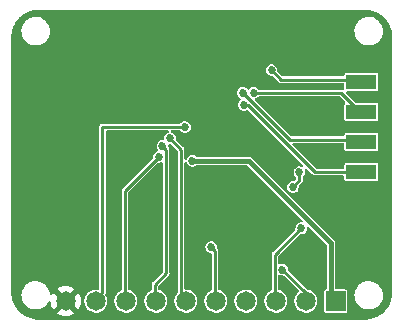
<source format=gbl>
G04 #@! TF.GenerationSoftware,KiCad,Pcbnew,(5.99.0-8018-g9a0f685a75)*
G04 #@! TF.CreationDate,2021-09-12T19:48:39+09:30*
G04 #@! TF.ProjectId,ADE7763_Breakout,41444537-3736-4335-9f42-7265616b6f75,rev?*
G04 #@! TF.SameCoordinates,Original*
G04 #@! TF.FileFunction,Copper,L2,Bot*
G04 #@! TF.FilePolarity,Positive*
%FSLAX46Y46*%
G04 Gerber Fmt 4.6, Leading zero omitted, Abs format (unit mm)*
G04 Created by KiCad (PCBNEW (5.99.0-8018-g9a0f685a75)) date 2021-09-12 19:48:39*
%MOMM*%
%LPD*%
G01*
G04 APERTURE LIST*
G04 #@! TA.AperFunction,ComponentPad*
%ADD10R,1.651000X1.651000*%
G04 #@! TD*
G04 #@! TA.AperFunction,ComponentPad*
%ADD11C,1.651000*%
G04 #@! TD*
G04 #@! TA.AperFunction,SMDPad,CuDef*
%ADD12R,2.540000X1.270000*%
G04 #@! TD*
G04 #@! TA.AperFunction,ViaPad*
%ADD13C,0.685800*%
G04 #@! TD*
G04 #@! TA.AperFunction,Conductor*
%ADD14C,0.254000*%
G04 #@! TD*
G04 #@! TA.AperFunction,Conductor*
%ADD15C,0.406400*%
G04 #@! TD*
G04 APERTURE END LIST*
D10*
X159842100Y-116555600D03*
D11*
X157302100Y-116555600D03*
X154762100Y-116555600D03*
X152222100Y-116555600D03*
X149682100Y-116555600D03*
X147142100Y-116555600D03*
X144602100Y-116555600D03*
X142062100Y-116555600D03*
X139522100Y-116555600D03*
X136982100Y-116555600D03*
D12*
X162001100Y-98013600D03*
X162001100Y-103093600D03*
X162001100Y-100553600D03*
X162001100Y-105633600D03*
D13*
X156209900Y-106903600D03*
X156768700Y-105633600D03*
X140969900Y-112491600D03*
X143281300Y-112415400D03*
X143357500Y-107513200D03*
X151333100Y-108656200D03*
X148031100Y-101823600D03*
X156590900Y-112212200D03*
X140969900Y-106751200D03*
X148031100Y-115158600D03*
X148666100Y-110713600D03*
X147713600Y-104681100D03*
X149301100Y-111983600D03*
X145173600Y-103411100D03*
X147078600Y-101823600D03*
X144856100Y-104363600D03*
X145808600Y-102776100D03*
X155333600Y-113888600D03*
X156921100Y-110396100D03*
X154406500Y-96997600D03*
X152882500Y-98928000D03*
X151968100Y-98928000D03*
X152069700Y-99944000D03*
D14*
X156209900Y-106903600D02*
X156768700Y-106344800D01*
X156768700Y-106344800D02*
X156768700Y-105633600D01*
D15*
X148031100Y-110713600D02*
X148031100Y-115158600D01*
X148666100Y-110713600D02*
X148031100Y-110713600D01*
X152476100Y-104681100D02*
X159461100Y-111666100D01*
X159461100Y-111666100D02*
X159461100Y-116111100D01*
X159461100Y-116111100D02*
X159778600Y-116428600D01*
X159778600Y-116428600D02*
X159842100Y-116555600D01*
X147713600Y-104681100D02*
X152476100Y-104681100D01*
D14*
X149618600Y-112301100D02*
X149301100Y-111983600D01*
X149618600Y-116428600D02*
X149618600Y-112301100D01*
X149618600Y-116428600D02*
X149682100Y-116555600D01*
X144538600Y-116428600D02*
X144538600Y-115158600D01*
X144538600Y-116428600D02*
X144602100Y-116555600D01*
X144538600Y-115158600D02*
X145491100Y-114206100D01*
X145491100Y-114206100D02*
X145491100Y-103728600D01*
X145491100Y-103728600D02*
X145173600Y-103411100D01*
X139776100Y-116111100D02*
X140093600Y-115793600D01*
X139776100Y-116428600D02*
X139522100Y-116555600D01*
X140093600Y-115793600D02*
X140093600Y-101823600D01*
X140093600Y-101823600D02*
X147078600Y-101823600D01*
X139776100Y-116428600D02*
X139776100Y-116111100D01*
X141998600Y-116428600D02*
X141998600Y-107221100D01*
X141998600Y-116428600D02*
X142062100Y-116555600D01*
X141998600Y-107221100D02*
X144856100Y-104363600D01*
X146761100Y-116111100D02*
X146761100Y-103728600D01*
X147078600Y-116428600D02*
X146761100Y-116111100D01*
X146761100Y-103728600D02*
X145808600Y-102776100D01*
X147078600Y-116428600D02*
X147142100Y-116555600D01*
X157238600Y-115793600D02*
X155333600Y-113888600D01*
X157238600Y-116428600D02*
X157238600Y-115793600D01*
X157238600Y-116428600D02*
X157302100Y-116555600D01*
X154698600Y-112618600D02*
X156921100Y-110396100D01*
X154698600Y-116428600D02*
X154698600Y-112618600D01*
X154698600Y-116428600D02*
X154762100Y-116555600D01*
X155219300Y-97810400D02*
X154406500Y-96997600D01*
X161924900Y-98013600D02*
X161721700Y-97810400D01*
X161721700Y-97810400D02*
X155219300Y-97810400D01*
X161924900Y-98013600D02*
X162001100Y-98013600D01*
X160299300Y-98928000D02*
X152882500Y-98928000D01*
X161924900Y-100553600D02*
X162001100Y-100553600D01*
X161924900Y-100553600D02*
X160299300Y-98928000D01*
X161924900Y-103093600D02*
X161721700Y-102890400D01*
X161721700Y-102890400D02*
X155930500Y-102890400D01*
X161924900Y-103093600D02*
X162001100Y-103093600D01*
X155930500Y-102890400D02*
X151968100Y-98928000D01*
X152374500Y-99944000D02*
X152069700Y-99944000D01*
X158064100Y-105633600D02*
X152374500Y-99944000D01*
X162001100Y-105633600D02*
X158064100Y-105633600D01*
G04 #@! TA.AperFunction,Conductor*
G36*
X162273773Y-91879682D02*
G01*
X162274766Y-91879925D01*
X162281086Y-91881471D01*
X162403636Y-91883179D01*
X162408274Y-91883351D01*
X162472824Y-91887256D01*
X162478839Y-91887802D01*
X162694990Y-91914049D01*
X162700962Y-91914957D01*
X162751999Y-91924310D01*
X162757928Y-91925583D01*
X162969291Y-91977679D01*
X162975144Y-91979311D01*
X163024713Y-91994757D01*
X163030458Y-91996739D01*
X163233966Y-92073920D01*
X163239581Y-92076246D01*
X163286923Y-92097553D01*
X163292386Y-92100213D01*
X163485113Y-92201363D01*
X163490397Y-92204344D01*
X163534853Y-92231220D01*
X163539954Y-92234518D01*
X163719050Y-92358139D01*
X163723945Y-92361740D01*
X163764841Y-92393780D01*
X163769509Y-92397671D01*
X163932406Y-92541985D01*
X163936831Y-92546150D01*
X163973544Y-92582863D01*
X163977710Y-92587288D01*
X164122056Y-92750223D01*
X164125935Y-92754878D01*
X164157960Y-92795755D01*
X164161554Y-92800640D01*
X164285192Y-92979761D01*
X164288481Y-92984847D01*
X164315365Y-93029318D01*
X164318333Y-93034581D01*
X164344545Y-93084522D01*
X164419484Y-93227308D01*
X164422144Y-93232771D01*
X164443456Y-93280124D01*
X164445782Y-93285739D01*
X164522958Y-93489236D01*
X164524939Y-93494978D01*
X164540394Y-93544570D01*
X164542022Y-93550408D01*
X164572381Y-93673581D01*
X164594112Y-93761748D01*
X164595387Y-93767687D01*
X164604747Y-93818761D01*
X164605653Y-93824717D01*
X164616838Y-93916831D01*
X164631896Y-94040853D01*
X164632445Y-94046902D01*
X164634829Y-94086298D01*
X164636148Y-94108098D01*
X164636348Y-94111407D01*
X164636522Y-94116082D01*
X164637636Y-94196040D01*
X164638226Y-94238417D01*
X164639557Y-94243899D01*
X164639558Y-94243906D01*
X164640059Y-94245969D01*
X164642900Y-94269707D01*
X164642900Y-115737365D01*
X164640018Y-115761273D01*
X164638229Y-115768586D01*
X164636611Y-115884758D01*
X164636522Y-115891119D01*
X164636349Y-115895772D01*
X164635117Y-115916136D01*
X164632446Y-115960291D01*
X164631897Y-115966342D01*
X164605654Y-116182474D01*
X164604739Y-116188481D01*
X164595389Y-116239503D01*
X164594116Y-116245437D01*
X164542943Y-116453058D01*
X164542024Y-116456785D01*
X164540395Y-116462627D01*
X164524934Y-116512243D01*
X164522978Y-116517914D01*
X164445763Y-116721510D01*
X164443470Y-116727046D01*
X164422154Y-116774409D01*
X164419494Y-116779871D01*
X164318329Y-116972627D01*
X164315354Y-116977901D01*
X164288493Y-117022332D01*
X164285200Y-117027427D01*
X164161521Y-117206607D01*
X164157970Y-117211433D01*
X164125947Y-117252307D01*
X164122060Y-117256972D01*
X163977707Y-117419915D01*
X163973541Y-117424340D01*
X163936838Y-117461043D01*
X163932413Y-117465208D01*
X163769476Y-117609557D01*
X163764828Y-117613430D01*
X163723963Y-117645446D01*
X163719089Y-117649033D01*
X163610909Y-117723705D01*
X163539931Y-117772698D01*
X163534841Y-117775989D01*
X163490377Y-117802868D01*
X163485132Y-117805827D01*
X163376446Y-117862869D01*
X163292392Y-117906984D01*
X163286930Y-117909644D01*
X163239575Y-117930957D01*
X163233969Y-117933279D01*
X163030452Y-118010463D01*
X163024708Y-118012445D01*
X162975143Y-118027890D01*
X162969289Y-118029522D01*
X162757938Y-118081615D01*
X162752004Y-118082889D01*
X162700959Y-118092243D01*
X162694975Y-118093154D01*
X162666586Y-118096601D01*
X162478847Y-118119396D01*
X162472798Y-118119945D01*
X162433402Y-118122329D01*
X162408272Y-118123849D01*
X162403637Y-118124021D01*
X162338404Y-118124930D01*
X162286928Y-118125647D01*
X162286925Y-118125647D01*
X162281283Y-118125726D01*
X162275801Y-118127057D01*
X162275794Y-118127058D01*
X162273731Y-118127559D01*
X162249993Y-118130400D01*
X134752335Y-118130400D01*
X134728427Y-118127518D01*
X134727434Y-118127275D01*
X134721114Y-118125729D01*
X134598563Y-118124021D01*
X134593928Y-118123849D01*
X134547453Y-118121038D01*
X134529409Y-118119946D01*
X134523358Y-118119397D01*
X134307226Y-118093154D01*
X134301219Y-118092239D01*
X134268841Y-118086306D01*
X134250194Y-118082888D01*
X134244260Y-118081615D01*
X134032905Y-118029521D01*
X134027073Y-118027895D01*
X133977457Y-118012434D01*
X133971786Y-118010478D01*
X133768190Y-117933263D01*
X133762654Y-117930970D01*
X133715270Y-117909644D01*
X133709828Y-117906994D01*
X133709809Y-117906984D01*
X133517073Y-117805829D01*
X133511810Y-117802860D01*
X133498588Y-117794867D01*
X133467368Y-117775993D01*
X133462267Y-117772696D01*
X133283093Y-117649021D01*
X133278267Y-117645470D01*
X133237385Y-117613441D01*
X133233037Y-117609817D01*
X136256531Y-117609817D01*
X136256632Y-117610452D01*
X136261534Y-117616091D01*
X136335053Y-117667569D01*
X136342631Y-117671944D01*
X136537974Y-117763034D01*
X136546199Y-117766027D01*
X136754384Y-117821811D01*
X136763013Y-117823332D01*
X136977722Y-117842117D01*
X136986478Y-117842117D01*
X137201187Y-117823332D01*
X137209816Y-117821811D01*
X137418001Y-117766027D01*
X137426226Y-117763034D01*
X137621569Y-117671944D01*
X137629147Y-117667569D01*
X137699732Y-117618145D01*
X137707887Y-117607323D01*
X137707899Y-117606681D01*
X137704047Y-117600271D01*
X136993368Y-116889591D01*
X136981289Y-116883436D01*
X136976177Y-116884246D01*
X136262685Y-117597739D01*
X136256531Y-117609817D01*
X133233037Y-117609817D01*
X133232728Y-117609560D01*
X133069785Y-117465207D01*
X133065360Y-117461041D01*
X133028657Y-117424338D01*
X133024492Y-117419913D01*
X132880143Y-117256976D01*
X132876270Y-117252328D01*
X132844253Y-117211462D01*
X132840661Y-117206581D01*
X132835317Y-117198838D01*
X132739457Y-117059962D01*
X132717002Y-117027431D01*
X132713706Y-117022332D01*
X132686832Y-116977877D01*
X132683873Y-116972632D01*
X132615781Y-116842892D01*
X132582716Y-116779892D01*
X132580056Y-116774430D01*
X132571085Y-116754498D01*
X132558739Y-116727065D01*
X132556421Y-116721469D01*
X132479237Y-116517952D01*
X132477255Y-116512208D01*
X132461810Y-116462643D01*
X132460178Y-116456789D01*
X132408085Y-116245438D01*
X132406810Y-116239498D01*
X132400318Y-116204072D01*
X132397457Y-116188459D01*
X132396545Y-116182470D01*
X132378078Y-116030373D01*
X133234414Y-116030373D01*
X133235437Y-116045962D01*
X133235754Y-116050799D01*
X133235752Y-116050805D01*
X133235754Y-116050805D01*
X133248875Y-116251004D01*
X133250008Y-116255465D01*
X133301486Y-116458157D01*
X133303301Y-116465305D01*
X133395868Y-116666100D01*
X133523478Y-116846663D01*
X133526783Y-116849882D01*
X133526785Y-116849885D01*
X133592853Y-116914246D01*
X133681855Y-117000948D01*
X133685688Y-117003509D01*
X133685689Y-117003510D01*
X133728913Y-117032391D01*
X133865697Y-117123787D01*
X133869931Y-117125606D01*
X134064419Y-117209164D01*
X134068846Y-117211066D01*
X134284498Y-117259864D01*
X134358863Y-117262786D01*
X134500823Y-117268363D01*
X134500824Y-117268363D01*
X134505432Y-117268544D01*
X134509989Y-117267883D01*
X134509994Y-117267883D01*
X134617416Y-117252307D01*
X134724249Y-117236817D01*
X134933619Y-117165746D01*
X135126532Y-117057709D01*
X135156974Y-117032391D01*
X135292979Y-116919276D01*
X135296526Y-116916326D01*
X135407150Y-116783316D01*
X135434961Y-116749877D01*
X135434963Y-116749875D01*
X135437909Y-116746332D01*
X135515336Y-116608077D01*
X135560991Y-116565875D01*
X135622734Y-116558567D01*
X135676981Y-116588947D01*
X135703325Y-116648466D01*
X135714368Y-116774687D01*
X135715889Y-116783316D01*
X135771673Y-116991501D01*
X135774666Y-116999726D01*
X135865756Y-117195069D01*
X135870131Y-117202647D01*
X135919555Y-117273232D01*
X135930377Y-117281387D01*
X135931019Y-117281399D01*
X135937429Y-117277547D01*
X136648109Y-116566868D01*
X136653437Y-116556411D01*
X137309936Y-116556411D01*
X137310746Y-116561523D01*
X138024239Y-117275015D01*
X138036317Y-117281169D01*
X138036952Y-117281068D01*
X138042591Y-117276166D01*
X138094069Y-117202647D01*
X138098444Y-117195069D01*
X138189534Y-116999726D01*
X138192527Y-116991501D01*
X138248311Y-116783316D01*
X138249832Y-116774687D01*
X138260624Y-116651329D01*
X138545782Y-116651329D01*
X138546790Y-116656327D01*
X138546790Y-116656329D01*
X138574184Y-116792186D01*
X138584972Y-116845690D01*
X138662443Y-117028200D01*
X138775031Y-117191406D01*
X138778709Y-117194933D01*
X138868530Y-117281068D01*
X138918136Y-117328639D01*
X138922449Y-117331355D01*
X139070108Y-117424340D01*
X139085913Y-117434293D01*
X139271508Y-117504054D01*
X139467339Y-117535070D01*
X139472430Y-117534839D01*
X139472433Y-117534839D01*
X139566373Y-117530573D01*
X139665407Y-117526076D01*
X139857622Y-117477438D01*
X139976614Y-117419915D01*
X140031538Y-117393364D01*
X140031539Y-117393363D01*
X140036130Y-117391144D01*
X140042924Y-117385950D01*
X140179686Y-117281387D01*
X140193641Y-117270718D01*
X140209646Y-117252307D01*
X140320374Y-117124928D01*
X140323719Y-117121080D01*
X140421052Y-116948342D01*
X140426434Y-116931581D01*
X140480105Y-116764414D01*
X140480105Y-116764413D01*
X140481663Y-116759561D01*
X140503076Y-116562449D01*
X140503100Y-116555600D01*
X140502656Y-116551222D01*
X140493063Y-116456789D01*
X140483063Y-116358343D01*
X140442437Y-116228704D01*
X140425295Y-116174002D01*
X140425294Y-116173999D01*
X140423772Y-116169143D01*
X140421304Y-116164690D01*
X140341747Y-116021166D01*
X140329884Y-115960134D01*
X140343390Y-115924438D01*
X140342859Y-115924203D01*
X140346622Y-115915712D01*
X140351876Y-115908053D01*
X140357405Y-115884756D01*
X140361848Y-115870709D01*
X140363207Y-115867303D01*
X140370720Y-115848471D01*
X140371100Y-115844595D01*
X140371100Y-115838820D01*
X140373545Y-115817927D01*
X140373618Y-115816435D01*
X140375762Y-115807400D01*
X140372019Y-115779896D01*
X140371100Y-115766331D01*
X140371100Y-102201700D01*
X140390313Y-102142569D01*
X140440613Y-102106024D01*
X140471700Y-102101100D01*
X145656925Y-102101100D01*
X145716056Y-102120313D01*
X145752601Y-102170613D01*
X145752601Y-102232787D01*
X145716056Y-102283087D01*
X145684570Y-102298427D01*
X145605088Y-102321143D01*
X145485577Y-102396549D01*
X145480832Y-102401922D01*
X145426408Y-102463546D01*
X145392034Y-102502467D01*
X145331978Y-102630382D01*
X145310237Y-102770011D01*
X145312117Y-102784389D01*
X145314725Y-102804331D01*
X145303341Y-102865454D01*
X145258205Y-102908213D01*
X145214360Y-102917973D01*
X145204729Y-102917914D01*
X145105959Y-102917311D01*
X145099070Y-102919280D01*
X145099069Y-102919280D01*
X145038024Y-102936727D01*
X144970088Y-102956143D01*
X144850577Y-103031549D01*
X144757034Y-103137467D01*
X144696978Y-103265382D01*
X144675237Y-103405011D01*
X144680889Y-103448234D01*
X144690540Y-103522033D01*
X144693560Y-103545130D01*
X144750473Y-103674474D01*
X144755082Y-103679957D01*
X144755085Y-103679962D01*
X144790353Y-103721918D01*
X144813695Y-103779545D01*
X144798706Y-103839885D01*
X144751113Y-103879892D01*
X144740991Y-103883377D01*
X144684285Y-103899584D01*
X144652588Y-103908643D01*
X144533077Y-103984049D01*
X144439534Y-104089967D01*
X144379478Y-104217882D01*
X144378375Y-104224967D01*
X144359764Y-104344496D01*
X144357737Y-104357511D01*
X144358666Y-104364615D01*
X144364264Y-104407430D01*
X144352880Y-104468553D01*
X144335648Y-104491608D01*
X141837982Y-106989274D01*
X141834749Y-106992064D01*
X141830167Y-106994304D01*
X141823853Y-107001111D01*
X141795754Y-107031402D01*
X141793135Y-107034121D01*
X141783395Y-107043861D01*
X141781340Y-107046857D01*
X141779960Y-107048428D01*
X141759815Y-107070145D01*
X141756374Y-107078769D01*
X141756373Y-107078771D01*
X141756247Y-107079087D01*
X141745770Y-107098709D01*
X141740324Y-107106648D01*
X141738180Y-107115682D01*
X141738178Y-107115687D01*
X141734793Y-107129950D01*
X141730352Y-107143994D01*
X141721481Y-107166229D01*
X141721101Y-107170105D01*
X141721101Y-107175880D01*
X141718656Y-107196775D01*
X141718583Y-107198261D01*
X141716438Y-107207301D01*
X141717691Y-107216506D01*
X141720182Y-107234811D01*
X141721101Y-107248377D01*
X141721100Y-115570943D01*
X141701887Y-115630074D01*
X141655238Y-115665354D01*
X141632058Y-115673883D01*
X141627730Y-115676567D01*
X141627727Y-115676568D01*
X141467881Y-115775677D01*
X141467878Y-115775679D01*
X141463548Y-115778364D01*
X141319488Y-115914594D01*
X141316566Y-115918767D01*
X141235810Y-116034099D01*
X141205763Y-116077010D01*
X141127020Y-116258975D01*
X141086474Y-116453058D01*
X141086456Y-116458155D01*
X141086456Y-116458157D01*
X141086247Y-116517966D01*
X141085782Y-116651329D01*
X141086790Y-116656327D01*
X141086790Y-116656329D01*
X141114184Y-116792186D01*
X141124972Y-116845690D01*
X141202443Y-117028200D01*
X141315031Y-117191406D01*
X141318709Y-117194933D01*
X141408530Y-117281068D01*
X141458136Y-117328639D01*
X141462449Y-117331355D01*
X141610108Y-117424340D01*
X141625913Y-117434293D01*
X141811508Y-117504054D01*
X142007339Y-117535070D01*
X142012430Y-117534839D01*
X142012433Y-117534839D01*
X142106373Y-117530573D01*
X142205407Y-117526076D01*
X142397622Y-117477438D01*
X142516614Y-117419915D01*
X142571538Y-117393364D01*
X142571539Y-117393363D01*
X142576130Y-117391144D01*
X142582924Y-117385950D01*
X142719686Y-117281387D01*
X142733641Y-117270718D01*
X142749646Y-117252307D01*
X142860374Y-117124928D01*
X142863719Y-117121080D01*
X142961052Y-116948342D01*
X142966434Y-116931581D01*
X143020105Y-116764414D01*
X143020105Y-116764413D01*
X143021663Y-116759561D01*
X143043076Y-116562449D01*
X143043100Y-116555600D01*
X143042656Y-116551222D01*
X143033063Y-116456789D01*
X143023063Y-116358343D01*
X142982437Y-116228704D01*
X142965295Y-116174002D01*
X142965294Y-116173999D01*
X142963772Y-116169143D01*
X142941059Y-116128167D01*
X142915292Y-116081683D01*
X142867647Y-115995730D01*
X142864334Y-115991864D01*
X142864330Y-115991859D01*
X142741935Y-115849058D01*
X142741934Y-115849057D01*
X142738617Y-115845187D01*
X142715228Y-115827045D01*
X142585980Y-115726790D01*
X142585979Y-115726789D01*
X142581951Y-115723665D01*
X142404049Y-115636126D01*
X142393803Y-115633457D01*
X142351342Y-115622397D01*
X142298963Y-115588899D01*
X142276100Y-115525045D01*
X142276100Y-107377714D01*
X142295313Y-107318583D01*
X142305565Y-107306579D01*
X144726681Y-104885463D01*
X144782079Y-104857237D01*
X144799659Y-104856015D01*
X144910536Y-104858047D01*
X144910538Y-104858047D01*
X144917703Y-104858178D01*
X145054039Y-104821009D01*
X145060146Y-104817259D01*
X145060149Y-104817258D01*
X145060362Y-104817127D01*
X145060564Y-104817078D01*
X145066723Y-104814413D01*
X145067186Y-104815482D01*
X145120806Y-104802559D01*
X145178268Y-104826302D01*
X145210801Y-104879285D01*
X145213601Y-104902856D01*
X145213600Y-114049486D01*
X145194387Y-114108617D01*
X145184135Y-114120621D01*
X144377982Y-114926774D01*
X144374749Y-114929564D01*
X144370167Y-114931804D01*
X144363853Y-114938611D01*
X144335754Y-114968902D01*
X144333135Y-114971621D01*
X144323395Y-114981361D01*
X144321340Y-114984357D01*
X144319960Y-114985928D01*
X144299815Y-115007645D01*
X144296374Y-115016269D01*
X144296373Y-115016271D01*
X144296247Y-115016587D01*
X144285770Y-115036209D01*
X144280324Y-115044148D01*
X144278180Y-115053182D01*
X144278178Y-115053187D01*
X144274793Y-115067450D01*
X144270352Y-115081494D01*
X144261481Y-115103729D01*
X144261101Y-115107605D01*
X144261101Y-115113380D01*
X144258656Y-115134275D01*
X144258583Y-115135761D01*
X144256438Y-115144801D01*
X144257691Y-115154006D01*
X144260182Y-115172311D01*
X144261101Y-115185877D01*
X144261101Y-115570942D01*
X144241888Y-115630073D01*
X144195236Y-115665355D01*
X144176840Y-115672123D01*
X144176835Y-115672125D01*
X144172058Y-115673883D01*
X144121078Y-115705492D01*
X144007881Y-115775677D01*
X144007878Y-115775679D01*
X144003548Y-115778364D01*
X143859488Y-115914594D01*
X143856566Y-115918767D01*
X143775810Y-116034099D01*
X143745763Y-116077010D01*
X143667020Y-116258975D01*
X143626474Y-116453058D01*
X143626456Y-116458155D01*
X143626456Y-116458157D01*
X143626247Y-116517966D01*
X143625782Y-116651329D01*
X143626790Y-116656327D01*
X143626790Y-116656329D01*
X143654184Y-116792186D01*
X143664972Y-116845690D01*
X143742443Y-117028200D01*
X143855031Y-117191406D01*
X143858709Y-117194933D01*
X143948530Y-117281068D01*
X143998136Y-117328639D01*
X144002449Y-117331355D01*
X144150108Y-117424340D01*
X144165913Y-117434293D01*
X144351508Y-117504054D01*
X144547339Y-117535070D01*
X144552430Y-117534839D01*
X144552433Y-117534839D01*
X144646373Y-117530573D01*
X144745407Y-117526076D01*
X144937622Y-117477438D01*
X145056614Y-117419915D01*
X145111538Y-117393364D01*
X145111539Y-117393363D01*
X145116130Y-117391144D01*
X145122924Y-117385950D01*
X145259686Y-117281387D01*
X145273641Y-117270718D01*
X145289646Y-117252307D01*
X145400374Y-117124928D01*
X145403719Y-117121080D01*
X145501052Y-116948342D01*
X145506434Y-116931581D01*
X145560105Y-116764414D01*
X145560105Y-116764413D01*
X145561663Y-116759561D01*
X145583076Y-116562449D01*
X145583100Y-116555600D01*
X145582656Y-116551222D01*
X145573063Y-116456789D01*
X145563063Y-116358343D01*
X145522437Y-116228704D01*
X145505295Y-116174002D01*
X145505294Y-116173999D01*
X145503772Y-116169143D01*
X145481059Y-116128167D01*
X145455292Y-116081683D01*
X145407647Y-115995730D01*
X145404334Y-115991864D01*
X145404330Y-115991859D01*
X145281935Y-115849058D01*
X145281934Y-115849057D01*
X145278617Y-115845187D01*
X145255228Y-115827045D01*
X145125980Y-115726790D01*
X145125979Y-115726789D01*
X145121951Y-115723665D01*
X144944049Y-115636126D01*
X144933803Y-115633457D01*
X144891342Y-115622397D01*
X144838963Y-115588899D01*
X144816100Y-115525045D01*
X144816100Y-115315214D01*
X144835313Y-115256083D01*
X144845565Y-115244079D01*
X145651716Y-114437928D01*
X145654950Y-114435137D01*
X145659534Y-114432896D01*
X145693961Y-114395783D01*
X145696579Y-114393065D01*
X145706304Y-114383340D01*
X145708356Y-114380349D01*
X145709732Y-114378781D01*
X145718380Y-114369458D01*
X145729886Y-114357055D01*
X145733328Y-114348429D01*
X145733330Y-114348425D01*
X145733455Y-114348111D01*
X145743931Y-114328492D01*
X145744121Y-114328216D01*
X145744124Y-114328209D01*
X145749376Y-114320553D01*
X145754903Y-114297262D01*
X145759348Y-114283207D01*
X145765590Y-114267564D01*
X145765591Y-114267561D01*
X145768220Y-114260971D01*
X145768600Y-114257095D01*
X145768600Y-114251321D01*
X145771045Y-114230428D01*
X145771118Y-114228936D01*
X145773262Y-114219901D01*
X145769519Y-114192397D01*
X145768600Y-114178832D01*
X145768600Y-103778948D01*
X145768912Y-103774693D01*
X145770569Y-103769868D01*
X145770221Y-103760585D01*
X145768671Y-103719313D01*
X145768600Y-103715539D01*
X145768600Y-103701754D01*
X145767935Y-103698186D01*
X145767799Y-103696085D01*
X145767456Y-103686942D01*
X145766688Y-103666494D01*
X145763023Y-103657964D01*
X145763022Y-103657958D01*
X145762889Y-103657649D01*
X145756421Y-103636363D01*
X145756421Y-103636362D01*
X145754659Y-103626901D01*
X145742092Y-103606514D01*
X145735304Y-103593446D01*
X145725853Y-103571446D01*
X145723381Y-103568436D01*
X145719295Y-103564350D01*
X145706262Y-103547861D01*
X145705251Y-103546746D01*
X145700377Y-103538839D01*
X145692983Y-103533216D01*
X145692333Y-103532500D01*
X145666846Y-103475790D01*
X145667652Y-103448234D01*
X145671207Y-103427106D01*
X145671207Y-103427103D01*
X145671851Y-103423277D01*
X145672000Y-103411100D01*
X145668073Y-103383677D01*
X145678709Y-103322419D01*
X145723321Y-103279113D01*
X145769500Y-103268833D01*
X145870203Y-103270678D01*
X145870143Y-103273973D01*
X145917604Y-103283121D01*
X145940106Y-103300050D01*
X146454136Y-103814080D01*
X146482362Y-103869478D01*
X146483601Y-103885215D01*
X146483600Y-115791728D01*
X146464387Y-115850859D01*
X146452121Y-115864822D01*
X146399488Y-115914594D01*
X146396566Y-115918767D01*
X146315810Y-116034099D01*
X146285763Y-116077010D01*
X146207020Y-116258975D01*
X146166474Y-116453058D01*
X146166456Y-116458155D01*
X146166456Y-116458157D01*
X146166247Y-116517966D01*
X146165782Y-116651329D01*
X146166790Y-116656327D01*
X146166790Y-116656329D01*
X146194184Y-116792186D01*
X146204972Y-116845690D01*
X146282443Y-117028200D01*
X146395031Y-117191406D01*
X146398709Y-117194933D01*
X146488530Y-117281068D01*
X146538136Y-117328639D01*
X146542449Y-117331355D01*
X146690108Y-117424340D01*
X146705913Y-117434293D01*
X146891508Y-117504054D01*
X147087339Y-117535070D01*
X147092430Y-117534839D01*
X147092433Y-117534839D01*
X147186373Y-117530573D01*
X147285407Y-117526076D01*
X147477622Y-117477438D01*
X147596614Y-117419915D01*
X147651538Y-117393364D01*
X147651539Y-117393363D01*
X147656130Y-117391144D01*
X147662924Y-117385950D01*
X147799686Y-117281387D01*
X147813641Y-117270718D01*
X147829646Y-117252307D01*
X147940374Y-117124928D01*
X147943719Y-117121080D01*
X148041052Y-116948342D01*
X148046434Y-116931581D01*
X148100105Y-116764414D01*
X148100105Y-116764413D01*
X148101663Y-116759561D01*
X148113420Y-116651329D01*
X148705782Y-116651329D01*
X148706790Y-116656327D01*
X148706790Y-116656329D01*
X148734184Y-116792186D01*
X148744972Y-116845690D01*
X148822443Y-117028200D01*
X148935031Y-117191406D01*
X148938709Y-117194933D01*
X149028530Y-117281068D01*
X149078136Y-117328639D01*
X149082449Y-117331355D01*
X149230108Y-117424340D01*
X149245913Y-117434293D01*
X149431508Y-117504054D01*
X149627339Y-117535070D01*
X149632430Y-117534839D01*
X149632433Y-117534839D01*
X149726373Y-117530573D01*
X149825407Y-117526076D01*
X150017622Y-117477438D01*
X150136614Y-117419915D01*
X150191538Y-117393364D01*
X150191539Y-117393363D01*
X150196130Y-117391144D01*
X150202924Y-117385950D01*
X150339686Y-117281387D01*
X150353641Y-117270718D01*
X150369646Y-117252307D01*
X150480374Y-117124928D01*
X150483719Y-117121080D01*
X150581052Y-116948342D01*
X150586434Y-116931581D01*
X150640105Y-116764414D01*
X150640105Y-116764413D01*
X150641663Y-116759561D01*
X150653420Y-116651329D01*
X151245782Y-116651329D01*
X151246790Y-116656327D01*
X151246790Y-116656329D01*
X151274184Y-116792186D01*
X151284972Y-116845690D01*
X151362443Y-117028200D01*
X151475031Y-117191406D01*
X151478709Y-117194933D01*
X151568530Y-117281068D01*
X151618136Y-117328639D01*
X151622449Y-117331355D01*
X151770108Y-117424340D01*
X151785913Y-117434293D01*
X151971508Y-117504054D01*
X152167339Y-117535070D01*
X152172430Y-117534839D01*
X152172433Y-117534839D01*
X152266373Y-117530573D01*
X152365407Y-117526076D01*
X152557622Y-117477438D01*
X152676614Y-117419915D01*
X152731538Y-117393364D01*
X152731539Y-117393363D01*
X152736130Y-117391144D01*
X152742924Y-117385950D01*
X152879686Y-117281387D01*
X152893641Y-117270718D01*
X152909646Y-117252307D01*
X153020374Y-117124928D01*
X153023719Y-117121080D01*
X153121052Y-116948342D01*
X153126434Y-116931581D01*
X153180105Y-116764414D01*
X153180105Y-116764413D01*
X153181663Y-116759561D01*
X153203076Y-116562449D01*
X153203100Y-116555600D01*
X153202656Y-116551222D01*
X153193063Y-116456789D01*
X153183063Y-116358343D01*
X153142437Y-116228704D01*
X153125295Y-116174002D01*
X153125294Y-116173999D01*
X153123772Y-116169143D01*
X153101059Y-116128167D01*
X153075292Y-116081683D01*
X153027647Y-115995730D01*
X153024334Y-115991864D01*
X153024330Y-115991859D01*
X152901935Y-115849058D01*
X152901934Y-115849057D01*
X152898617Y-115845187D01*
X152875228Y-115827045D01*
X152745980Y-115726790D01*
X152745979Y-115726789D01*
X152741951Y-115723665D01*
X152564049Y-115636126D01*
X152553803Y-115633457D01*
X152511342Y-115622397D01*
X152372179Y-115586148D01*
X152367094Y-115585882D01*
X152367091Y-115585881D01*
X152256294Y-115580075D01*
X152174178Y-115575771D01*
X152169140Y-115576533D01*
X152169139Y-115576533D01*
X152160398Y-115577855D01*
X151978135Y-115605420D01*
X151881100Y-115641122D01*
X151796841Y-115672123D01*
X151796839Y-115672124D01*
X151792058Y-115673883D01*
X151787730Y-115676567D01*
X151787727Y-115676568D01*
X151627881Y-115775677D01*
X151627878Y-115775679D01*
X151623548Y-115778364D01*
X151479488Y-115914594D01*
X151476566Y-115918767D01*
X151395810Y-116034099D01*
X151365763Y-116077010D01*
X151287020Y-116258975D01*
X151246474Y-116453058D01*
X151246456Y-116458155D01*
X151246456Y-116458157D01*
X151246247Y-116517966D01*
X151245782Y-116651329D01*
X150653420Y-116651329D01*
X150663076Y-116562449D01*
X150663100Y-116555600D01*
X150662656Y-116551222D01*
X150653063Y-116456789D01*
X150643063Y-116358343D01*
X150602437Y-116228704D01*
X150585295Y-116174002D01*
X150585294Y-116173999D01*
X150583772Y-116169143D01*
X150561059Y-116128167D01*
X150535292Y-116081683D01*
X150487647Y-115995730D01*
X150484334Y-115991864D01*
X150484330Y-115991859D01*
X150361935Y-115849058D01*
X150361934Y-115849057D01*
X150358617Y-115845187D01*
X150335228Y-115827045D01*
X150205980Y-115726790D01*
X150205979Y-115726789D01*
X150201951Y-115723665D01*
X150024049Y-115636126D01*
X150013803Y-115633457D01*
X149971342Y-115622397D01*
X149918963Y-115588899D01*
X149896100Y-115525045D01*
X149896100Y-112351448D01*
X149896412Y-112347193D01*
X149898069Y-112342368D01*
X149896171Y-112291813D01*
X149896100Y-112288039D01*
X149896100Y-112274254D01*
X149895435Y-112270686D01*
X149895299Y-112268585D01*
X149894536Y-112248275D01*
X149894188Y-112238994D01*
X149890523Y-112230464D01*
X149890522Y-112230458D01*
X149890389Y-112230149D01*
X149883921Y-112208863D01*
X149882159Y-112199401D01*
X149869592Y-112179014D01*
X149862805Y-112165948D01*
X149853353Y-112143946D01*
X149850881Y-112140936D01*
X149846795Y-112136850D01*
X149833762Y-112120361D01*
X149832751Y-112119246D01*
X149827877Y-112111339D01*
X149820483Y-112105716D01*
X149819833Y-112105000D01*
X149794346Y-112048290D01*
X149795152Y-112020734D01*
X149798707Y-111999606D01*
X149798707Y-111999603D01*
X149799351Y-111995777D01*
X149799500Y-111983600D01*
X149779467Y-111843716D01*
X149720978Y-111715077D01*
X149628736Y-111608024D01*
X149510155Y-111531164D01*
X149503290Y-111529111D01*
X149503288Y-111529110D01*
X149381634Y-111492727D01*
X149381631Y-111492727D01*
X149374768Y-111490674D01*
X149367603Y-111490630D01*
X149367601Y-111490630D01*
X149304946Y-111490248D01*
X149233459Y-111489811D01*
X149226570Y-111491780D01*
X149226569Y-111491780D01*
X149223256Y-111492727D01*
X149097588Y-111528643D01*
X148978077Y-111604049D01*
X148884534Y-111709967D01*
X148824478Y-111837882D01*
X148802737Y-111977511D01*
X148821060Y-112117630D01*
X148877973Y-112246974D01*
X148968900Y-112355145D01*
X148974864Y-112359115D01*
X149080567Y-112429478D01*
X149080569Y-112429479D01*
X149086533Y-112433449D01*
X149221415Y-112475589D01*
X149242343Y-112475972D01*
X149301111Y-112496263D01*
X149336730Y-112547224D01*
X149341101Y-112576555D01*
X149341100Y-115570943D01*
X149321887Y-115630074D01*
X149275238Y-115665354D01*
X149252058Y-115673883D01*
X149247730Y-115676567D01*
X149247727Y-115676568D01*
X149087881Y-115775677D01*
X149087878Y-115775679D01*
X149083548Y-115778364D01*
X148939488Y-115914594D01*
X148936566Y-115918767D01*
X148855810Y-116034099D01*
X148825763Y-116077010D01*
X148747020Y-116258975D01*
X148706474Y-116453058D01*
X148706456Y-116458155D01*
X148706456Y-116458157D01*
X148706247Y-116517966D01*
X148705782Y-116651329D01*
X148113420Y-116651329D01*
X148123076Y-116562449D01*
X148123100Y-116555600D01*
X148122656Y-116551222D01*
X148113063Y-116456789D01*
X148103063Y-116358343D01*
X148062437Y-116228704D01*
X148045295Y-116174002D01*
X148045294Y-116173999D01*
X148043772Y-116169143D01*
X148021059Y-116128167D01*
X147995292Y-116081683D01*
X147947647Y-115995730D01*
X147944334Y-115991864D01*
X147944330Y-115991859D01*
X147821935Y-115849058D01*
X147821934Y-115849057D01*
X147818617Y-115845187D01*
X147795228Y-115827045D01*
X147665980Y-115726790D01*
X147665979Y-115726789D01*
X147661951Y-115723665D01*
X147484049Y-115636126D01*
X147473803Y-115633457D01*
X147431342Y-115622397D01*
X147292179Y-115586148D01*
X147287094Y-115585882D01*
X147287091Y-115585881D01*
X147214563Y-115582080D01*
X147133934Y-115577855D01*
X147075890Y-115555574D01*
X147042028Y-115503430D01*
X147038600Y-115477393D01*
X147038600Y-104847481D01*
X147057813Y-104788350D01*
X147108113Y-104751805D01*
X147170287Y-104751805D01*
X147220587Y-104788350D01*
X147233538Y-104815140D01*
X147233560Y-104815130D01*
X147290473Y-104944474D01*
X147381400Y-105052645D01*
X147387364Y-105056615D01*
X147493067Y-105126978D01*
X147493069Y-105126979D01*
X147499033Y-105130949D01*
X147505873Y-105133086D01*
X147527539Y-105139855D01*
X147633915Y-105173089D01*
X147702746Y-105174350D01*
X147768036Y-105175547D01*
X147768038Y-105175547D01*
X147775203Y-105175678D01*
X147843371Y-105157093D01*
X147904625Y-105140394D01*
X147911539Y-105138509D01*
X147917645Y-105134760D01*
X147917647Y-105134759D01*
X148025853Y-105068320D01*
X148031962Y-105064569D01*
X148036772Y-105059255D01*
X148038286Y-105057998D01*
X148096054Y-105035010D01*
X148102546Y-105034800D01*
X152287924Y-105034800D01*
X152347055Y-105054013D01*
X152359059Y-105064265D01*
X157025988Y-109731194D01*
X157054213Y-109786591D01*
X157044487Y-109847999D01*
X157000523Y-109891963D01*
X156954238Y-109902926D01*
X156891654Y-109902544D01*
X156853459Y-109902311D01*
X156846570Y-109904280D01*
X156846569Y-109904280D01*
X156785524Y-109921727D01*
X156717588Y-109941143D01*
X156598077Y-110016549D01*
X156504534Y-110122467D01*
X156444478Y-110250382D01*
X156422737Y-110390011D01*
X156423666Y-110397115D01*
X156429264Y-110439930D01*
X156417880Y-110501053D01*
X156400648Y-110524108D01*
X154537982Y-112386774D01*
X154534749Y-112389564D01*
X154530167Y-112391804D01*
X154523853Y-112398611D01*
X154495754Y-112428902D01*
X154493135Y-112431621D01*
X154483395Y-112441361D01*
X154481340Y-112444357D01*
X154479960Y-112445928D01*
X154459815Y-112467645D01*
X154456374Y-112476269D01*
X154456373Y-112476271D01*
X154456247Y-112476587D01*
X154445770Y-112496209D01*
X154440324Y-112504148D01*
X154438180Y-112513182D01*
X154438178Y-112513187D01*
X154434793Y-112527450D01*
X154430352Y-112541494D01*
X154421481Y-112563729D01*
X154421101Y-112567605D01*
X154421101Y-112573380D01*
X154418656Y-112594275D01*
X154418583Y-112595761D01*
X154416438Y-112604801D01*
X154417691Y-112614006D01*
X154420182Y-112632311D01*
X154421101Y-112645877D01*
X154421100Y-115570943D01*
X154401887Y-115630074D01*
X154355238Y-115665354D01*
X154332058Y-115673883D01*
X154327730Y-115676567D01*
X154327727Y-115676568D01*
X154167881Y-115775677D01*
X154167878Y-115775679D01*
X154163548Y-115778364D01*
X154019488Y-115914594D01*
X154016566Y-115918767D01*
X153935810Y-116034099D01*
X153905763Y-116077010D01*
X153827020Y-116258975D01*
X153786474Y-116453058D01*
X153786456Y-116458155D01*
X153786456Y-116458157D01*
X153786247Y-116517966D01*
X153785782Y-116651329D01*
X153786790Y-116656327D01*
X153786790Y-116656329D01*
X153814184Y-116792186D01*
X153824972Y-116845690D01*
X153902443Y-117028200D01*
X154015031Y-117191406D01*
X154018709Y-117194933D01*
X154108530Y-117281068D01*
X154158136Y-117328639D01*
X154162449Y-117331355D01*
X154310108Y-117424340D01*
X154325913Y-117434293D01*
X154511508Y-117504054D01*
X154707339Y-117535070D01*
X154712430Y-117534839D01*
X154712433Y-117534839D01*
X154806373Y-117530573D01*
X154905407Y-117526076D01*
X155097622Y-117477438D01*
X155216614Y-117419915D01*
X155271538Y-117393364D01*
X155271539Y-117393363D01*
X155276130Y-117391144D01*
X155282924Y-117385950D01*
X155419686Y-117281387D01*
X155433641Y-117270718D01*
X155449646Y-117252307D01*
X155560374Y-117124928D01*
X155563719Y-117121080D01*
X155661052Y-116948342D01*
X155666434Y-116931581D01*
X155720105Y-116764414D01*
X155720105Y-116764413D01*
X155721663Y-116759561D01*
X155743076Y-116562449D01*
X155743100Y-116555600D01*
X155742656Y-116551222D01*
X155733063Y-116456789D01*
X155723063Y-116358343D01*
X155682437Y-116228704D01*
X155665295Y-116174002D01*
X155665294Y-116173999D01*
X155663772Y-116169143D01*
X155641059Y-116128167D01*
X155615292Y-116081683D01*
X155567647Y-115995730D01*
X155564334Y-115991864D01*
X155564330Y-115991859D01*
X155441935Y-115849058D01*
X155441934Y-115849057D01*
X155438617Y-115845187D01*
X155415228Y-115827045D01*
X155285980Y-115726790D01*
X155285979Y-115726789D01*
X155281951Y-115723665D01*
X155104049Y-115636126D01*
X155093803Y-115633457D01*
X155051342Y-115622397D01*
X154998963Y-115588899D01*
X154976100Y-115525045D01*
X154976100Y-114428589D01*
X154995313Y-114369458D01*
X155045613Y-114332913D01*
X155107787Y-114332913D01*
X155115098Y-114335830D01*
X155119033Y-114338449D01*
X155253915Y-114380589D01*
X155395203Y-114383178D01*
X155395143Y-114386473D01*
X155442604Y-114395621D01*
X155465106Y-114412550D01*
X156695862Y-115643307D01*
X156724088Y-115698705D01*
X156714362Y-115760113D01*
X156693848Y-115787535D01*
X156565876Y-115908553D01*
X156559488Y-115914594D01*
X156556566Y-115918767D01*
X156475810Y-116034099D01*
X156445763Y-116077010D01*
X156367020Y-116258975D01*
X156326474Y-116453058D01*
X156326456Y-116458155D01*
X156326456Y-116458157D01*
X156326247Y-116517966D01*
X156325782Y-116651329D01*
X156326790Y-116656327D01*
X156326790Y-116656329D01*
X156354184Y-116792186D01*
X156364972Y-116845690D01*
X156442443Y-117028200D01*
X156555031Y-117191406D01*
X156558709Y-117194933D01*
X156648530Y-117281068D01*
X156698136Y-117328639D01*
X156702449Y-117331355D01*
X156850108Y-117424340D01*
X156865913Y-117434293D01*
X157051508Y-117504054D01*
X157247339Y-117535070D01*
X157252430Y-117534839D01*
X157252433Y-117534839D01*
X157346373Y-117530573D01*
X157445407Y-117526076D01*
X157637622Y-117477438D01*
X157756614Y-117419915D01*
X157811538Y-117393364D01*
X157811539Y-117393363D01*
X157816130Y-117391144D01*
X157822924Y-117385950D01*
X157959686Y-117281387D01*
X157973641Y-117270718D01*
X157989646Y-117252307D01*
X158100374Y-117124928D01*
X158103719Y-117121080D01*
X158201052Y-116948342D01*
X158206434Y-116931581D01*
X158260105Y-116764414D01*
X158260105Y-116764413D01*
X158261663Y-116759561D01*
X158283076Y-116562449D01*
X158283100Y-116555600D01*
X158282656Y-116551222D01*
X158273063Y-116456789D01*
X158263063Y-116358343D01*
X158222437Y-116228704D01*
X158205295Y-116174002D01*
X158205294Y-116173999D01*
X158203772Y-116169143D01*
X158181059Y-116128167D01*
X158155292Y-116081683D01*
X158107647Y-115995730D01*
X158104334Y-115991864D01*
X158104330Y-115991859D01*
X157981935Y-115849058D01*
X157981934Y-115849057D01*
X157978617Y-115845187D01*
X157955228Y-115827045D01*
X157825980Y-115726790D01*
X157825979Y-115726789D01*
X157821951Y-115723665D01*
X157644049Y-115636126D01*
X157633803Y-115633457D01*
X157548114Y-115611137D01*
X157452179Y-115586148D01*
X157450484Y-115586059D01*
X157395723Y-115558278D01*
X155855044Y-114017600D01*
X155826818Y-113962202D01*
X155826973Y-113929776D01*
X155831206Y-113904612D01*
X155831206Y-113904609D01*
X155831851Y-113900777D01*
X155832000Y-113888600D01*
X155811967Y-113748716D01*
X155753478Y-113620077D01*
X155661236Y-113513024D01*
X155542655Y-113436164D01*
X155535790Y-113434111D01*
X155535788Y-113434110D01*
X155414134Y-113397727D01*
X155414131Y-113397727D01*
X155407268Y-113395674D01*
X155400103Y-113395630D01*
X155400101Y-113395630D01*
X155337446Y-113395248D01*
X155265959Y-113394811D01*
X155259070Y-113396780D01*
X155259069Y-113396780D01*
X155255756Y-113397727D01*
X155130088Y-113433643D01*
X155124026Y-113437468D01*
X155117777Y-113440263D01*
X155055955Y-113446869D01*
X155002056Y-113415875D01*
X154976669Y-113359120D01*
X154976100Y-113348431D01*
X154976100Y-112775214D01*
X154995313Y-112716083D01*
X155005565Y-112704079D01*
X156791681Y-110917963D01*
X156847079Y-110889737D01*
X156864659Y-110888515D01*
X156975536Y-110890547D01*
X156975538Y-110890547D01*
X156982703Y-110890678D01*
X157119039Y-110853509D01*
X157125145Y-110849760D01*
X157125147Y-110849759D01*
X157233358Y-110783317D01*
X157233359Y-110783317D01*
X157239462Y-110779569D01*
X157334292Y-110674802D01*
X157337415Y-110668356D01*
X157337417Y-110668353D01*
X157392783Y-110554077D01*
X157392784Y-110554074D01*
X157395906Y-110547630D01*
X157419351Y-110408277D01*
X157419500Y-110396100D01*
X157416946Y-110378269D01*
X157427581Y-110317013D01*
X157472191Y-110273705D01*
X157533737Y-110264890D01*
X157587665Y-110292872D01*
X159077935Y-111783142D01*
X159106161Y-111838540D01*
X159107400Y-111854277D01*
X159107401Y-115474965D01*
X159088188Y-115534096D01*
X159037888Y-115570641D01*
X159018961Y-115574600D01*
X159016600Y-115574600D01*
X159000236Y-115577855D01*
X158966810Y-115584504D01*
X158966809Y-115584504D01*
X158957093Y-115586437D01*
X158906645Y-115620145D01*
X158872937Y-115670593D01*
X158861100Y-115730100D01*
X158861100Y-117381100D01*
X158872937Y-117440607D01*
X158906645Y-117491055D01*
X158957093Y-117524763D01*
X158966809Y-117526696D01*
X158966810Y-117526696D01*
X158981099Y-117529538D01*
X159016600Y-117536600D01*
X160667600Y-117536600D01*
X160703101Y-117529538D01*
X160717390Y-117526696D01*
X160717391Y-117526696D01*
X160727107Y-117524763D01*
X160777555Y-117491055D01*
X160811263Y-117440607D01*
X160823100Y-117381100D01*
X160823100Y-116030373D01*
X161428414Y-116030373D01*
X161429437Y-116045962D01*
X161429754Y-116050799D01*
X161429752Y-116050805D01*
X161429754Y-116050805D01*
X161442875Y-116251004D01*
X161444008Y-116255465D01*
X161495486Y-116458157D01*
X161497301Y-116465305D01*
X161589868Y-116666100D01*
X161717478Y-116846663D01*
X161720783Y-116849882D01*
X161720785Y-116849885D01*
X161786853Y-116914246D01*
X161875855Y-117000948D01*
X161879688Y-117003509D01*
X161879689Y-117003510D01*
X161922913Y-117032391D01*
X162059697Y-117123787D01*
X162063931Y-117125606D01*
X162258419Y-117209164D01*
X162262846Y-117211066D01*
X162478498Y-117259864D01*
X162552863Y-117262786D01*
X162694823Y-117268363D01*
X162694824Y-117268363D01*
X162699432Y-117268544D01*
X162703989Y-117267883D01*
X162703994Y-117267883D01*
X162811416Y-117252307D01*
X162918249Y-117236817D01*
X163127619Y-117165746D01*
X163320532Y-117057709D01*
X163350974Y-117032391D01*
X163486979Y-116919276D01*
X163490526Y-116916326D01*
X163601150Y-116783316D01*
X163628961Y-116749877D01*
X163628963Y-116749875D01*
X163631909Y-116746332D01*
X163739946Y-116553419D01*
X163811017Y-116344049D01*
X163831313Y-116204072D01*
X163842319Y-116128167D01*
X163842320Y-116128158D01*
X163842744Y-116125232D01*
X163843105Y-116111474D01*
X163844323Y-116064956D01*
X163844323Y-116064949D01*
X163844400Y-116062000D01*
X163840512Y-116019686D01*
X163824591Y-115846411D01*
X163824590Y-115846406D01*
X163824169Y-115841823D01*
X163764152Y-115629020D01*
X163751221Y-115602798D01*
X163668403Y-115434859D01*
X163668401Y-115434856D01*
X163666360Y-115430717D01*
X163534068Y-115253556D01*
X163512859Y-115233950D01*
X163395161Y-115125152D01*
X163371706Y-115103470D01*
X163367806Y-115101009D01*
X163367803Y-115101007D01*
X163188620Y-114987952D01*
X163188617Y-114987950D01*
X163184711Y-114985486D01*
X162979347Y-114903554D01*
X162762491Y-114860419D01*
X162650263Y-114858949D01*
X162546019Y-114857584D01*
X162546015Y-114857584D01*
X162541406Y-114857524D01*
X162536861Y-114858305D01*
X162328043Y-114894186D01*
X162328038Y-114894187D01*
X162323495Y-114894968D01*
X162237281Y-114926774D01*
X162120387Y-114969898D01*
X162120385Y-114969899D01*
X162116056Y-114971496D01*
X162112088Y-114973857D01*
X161930002Y-115082187D01*
X161929997Y-115082191D01*
X161926038Y-115084546D01*
X161922572Y-115087585D01*
X161922570Y-115087587D01*
X161763270Y-115227289D01*
X161763267Y-115227292D01*
X161759803Y-115230330D01*
X161756950Y-115233949D01*
X161756949Y-115233950D01*
X161729252Y-115269083D01*
X161622918Y-115403967D01*
X161620772Y-115408046D01*
X161528771Y-115582913D01*
X161519969Y-115599642D01*
X161511044Y-115628384D01*
X161458316Y-115798197D01*
X161454402Y-115810801D01*
X161442832Y-115908553D01*
X161429504Y-116021166D01*
X161428414Y-116030373D01*
X160823100Y-116030373D01*
X160823100Y-115730100D01*
X160811263Y-115670593D01*
X160777555Y-115620145D01*
X160727107Y-115586437D01*
X160717391Y-115584504D01*
X160717390Y-115584504D01*
X160703101Y-115581662D01*
X160667600Y-115574600D01*
X159915400Y-115574600D01*
X159856269Y-115555387D01*
X159819724Y-115505087D01*
X159814800Y-115474000D01*
X159814800Y-111715077D01*
X159817052Y-111693911D01*
X159819402Y-111682997D01*
X159815497Y-111650005D01*
X159815163Y-111644344D01*
X159815142Y-111644346D01*
X159814800Y-111640208D01*
X159814800Y-111636060D01*
X159811889Y-111618569D01*
X159811221Y-111613878D01*
X159806534Y-111574282D01*
X159805557Y-111566026D01*
X159802146Y-111558922D01*
X159801756Y-111557689D01*
X159800461Y-111549911D01*
X159796512Y-111542593D01*
X159796511Y-111542589D01*
X159777579Y-111507502D01*
X159775426Y-111503279D01*
X159769905Y-111491780D01*
X159754570Y-111459845D01*
X159752027Y-111456820D01*
X159750497Y-111455290D01*
X159749024Y-111453684D01*
X159749149Y-111453569D01*
X159747420Y-111451608D01*
X159744529Y-111446250D01*
X159738424Y-111440607D01*
X159738422Y-111440604D01*
X159705366Y-111410049D01*
X159702517Y-111407310D01*
X152760838Y-104465631D01*
X152747460Y-104449066D01*
X152745917Y-104446676D01*
X152745916Y-104446675D01*
X152741406Y-104439690D01*
X152715319Y-104419125D01*
X152711076Y-104415355D01*
X152711062Y-104415372D01*
X152707898Y-104412691D01*
X152704962Y-104409755D01*
X152701586Y-104407342D01*
X152701582Y-104407339D01*
X152690545Y-104399452D01*
X152686755Y-104396606D01*
X152655436Y-104371917D01*
X152655434Y-104371916D01*
X152648905Y-104366769D01*
X152641467Y-104364157D01*
X152640317Y-104363559D01*
X152633906Y-104358978D01*
X152625941Y-104356596D01*
X152625939Y-104356595D01*
X152587749Y-104345174D01*
X152583253Y-104343713D01*
X152559651Y-104335425D01*
X152543743Y-104329838D01*
X152543741Y-104329838D01*
X152537771Y-104327741D01*
X152533834Y-104327400D01*
X152531661Y-104327400D01*
X152529492Y-104327306D01*
X152529499Y-104327137D01*
X152526888Y-104326973D01*
X152521057Y-104325229D01*
X152468201Y-104327306D01*
X152467794Y-104327322D01*
X152463844Y-104327400D01*
X148102480Y-104327400D01*
X148043601Y-104308269D01*
X148041236Y-104305524D01*
X147922655Y-104228664D01*
X147915790Y-104226611D01*
X147915788Y-104226610D01*
X147794134Y-104190227D01*
X147794131Y-104190227D01*
X147787268Y-104188174D01*
X147780103Y-104188130D01*
X147780101Y-104188130D01*
X147717446Y-104187748D01*
X147645959Y-104187311D01*
X147639070Y-104189280D01*
X147639069Y-104189280D01*
X147635756Y-104190227D01*
X147510088Y-104226143D01*
X147390577Y-104301549D01*
X147385832Y-104306922D01*
X147304113Y-104399452D01*
X147297034Y-104407467D01*
X147293989Y-104413952D01*
X147293988Y-104413954D01*
X147284323Y-104434541D01*
X147236978Y-104535382D01*
X147235875Y-104542468D01*
X147235405Y-104544004D01*
X147199744Y-104594935D01*
X147140957Y-104615178D01*
X147081499Y-104597001D01*
X147044081Y-104547347D01*
X147038600Y-104514593D01*
X147038600Y-103778947D01*
X147038912Y-103774692D01*
X147040569Y-103769867D01*
X147038671Y-103719312D01*
X147038600Y-103715538D01*
X147038600Y-103701754D01*
X147037935Y-103698184D01*
X147037799Y-103696093D01*
X147036688Y-103666493D01*
X147033023Y-103657963D01*
X147033022Y-103657957D01*
X147032889Y-103657648D01*
X147026421Y-103636362D01*
X147026359Y-103636028D01*
X147024659Y-103626901D01*
X147012096Y-103606519D01*
X147005306Y-103593446D01*
X146998659Y-103577976D01*
X146998656Y-103577971D01*
X146995852Y-103571445D01*
X146993380Y-103568436D01*
X146989299Y-103564355D01*
X146976248Y-103547845D01*
X146975250Y-103546744D01*
X146970377Y-103538839D01*
X146962988Y-103533220D01*
X146962986Y-103533218D01*
X146948276Y-103522033D01*
X146938034Y-103513090D01*
X146330044Y-102905100D01*
X146301818Y-102849702D01*
X146301973Y-102817276D01*
X146306206Y-102792112D01*
X146306206Y-102792109D01*
X146306851Y-102788277D01*
X146307000Y-102776100D01*
X146286967Y-102636216D01*
X146228478Y-102507577D01*
X146136236Y-102400524D01*
X146017655Y-102323664D01*
X146010790Y-102321611D01*
X146010788Y-102321610D01*
X145932116Y-102298082D01*
X145880969Y-102262732D01*
X145860369Y-102204070D01*
X145878184Y-102144502D01*
X145927609Y-102106783D01*
X145960941Y-102101100D01*
X146620489Y-102101100D01*
X146679620Y-102120313D01*
X146697497Y-102136968D01*
X146746400Y-102195145D01*
X146752364Y-102199115D01*
X146858067Y-102269478D01*
X146858069Y-102269479D01*
X146864033Y-102273449D01*
X146870873Y-102275586D01*
X146894265Y-102282894D01*
X146998915Y-102315589D01*
X147067746Y-102316850D01*
X147133036Y-102318047D01*
X147133038Y-102318047D01*
X147140203Y-102318178D01*
X147276539Y-102281009D01*
X147282645Y-102277260D01*
X147282647Y-102277259D01*
X147390858Y-102210817D01*
X147390859Y-102210817D01*
X147396962Y-102207069D01*
X147491792Y-102102302D01*
X147494915Y-102095856D01*
X147494917Y-102095853D01*
X147550283Y-101981577D01*
X147550284Y-101981574D01*
X147553406Y-101975130D01*
X147576851Y-101835777D01*
X147577000Y-101823600D01*
X147556967Y-101683716D01*
X147498478Y-101555077D01*
X147406236Y-101448024D01*
X147287655Y-101371164D01*
X147280790Y-101369111D01*
X147280788Y-101369110D01*
X147159134Y-101332727D01*
X147159131Y-101332727D01*
X147152268Y-101330674D01*
X147145103Y-101330630D01*
X147145101Y-101330630D01*
X147082446Y-101330248D01*
X147010959Y-101329811D01*
X147004070Y-101331780D01*
X147004069Y-101331780D01*
X146943023Y-101349227D01*
X146875088Y-101368643D01*
X146755577Y-101444049D01*
X146750832Y-101449422D01*
X146695482Y-101512094D01*
X146641939Y-101543696D01*
X146620079Y-101546100D01*
X140145907Y-101546100D01*
X140136090Y-101545620D01*
X140130088Y-101545031D01*
X140121167Y-101542448D01*
X140111916Y-101543249D01*
X140111914Y-101543249D01*
X140083330Y-101545725D01*
X140074650Y-101546100D01*
X140066754Y-101546100D01*
X140062202Y-101546948D01*
X140062191Y-101546949D01*
X140060947Y-101547181D01*
X140051203Y-101548508D01*
X140018106Y-101551374D01*
X140009762Y-101555453D01*
X140005329Y-101556682D01*
X140001031Y-101558340D01*
X139991901Y-101560041D01*
X139963613Y-101577478D01*
X139955018Y-101582212D01*
X139933512Y-101592724D01*
X139933509Y-101592726D01*
X139925167Y-101596804D01*
X139918850Y-101603614D01*
X139915158Y-101606356D01*
X139911748Y-101609448D01*
X139903839Y-101614323D01*
X139883719Y-101640782D01*
X139877407Y-101648290D01*
X139854815Y-101672645D01*
X139851374Y-101681270D01*
X139848908Y-101685170D01*
X139846842Y-101689277D01*
X139841223Y-101696667D01*
X139838641Y-101705583D01*
X139838640Y-101705585D01*
X139831978Y-101728591D01*
X139828786Y-101737886D01*
X139816481Y-101768729D01*
X139816101Y-101772605D01*
X139816101Y-101775004D01*
X139815750Y-101779788D01*
X139815032Y-101787110D01*
X139812448Y-101796033D01*
X139813249Y-101805284D01*
X139813249Y-101805287D01*
X139815726Y-101833881D01*
X139816101Y-101842561D01*
X139816100Y-115493475D01*
X139796887Y-115552606D01*
X139746587Y-115589151D01*
X139690142Y-115590827D01*
X139672179Y-115586148D01*
X139667094Y-115585882D01*
X139667091Y-115585881D01*
X139556294Y-115580075D01*
X139474178Y-115575771D01*
X139469140Y-115576533D01*
X139469139Y-115576533D01*
X139460398Y-115577855D01*
X139278135Y-115605420D01*
X139181100Y-115641122D01*
X139096841Y-115672123D01*
X139096839Y-115672124D01*
X139092058Y-115673883D01*
X139087730Y-115676567D01*
X139087727Y-115676568D01*
X138927881Y-115775677D01*
X138927878Y-115775679D01*
X138923548Y-115778364D01*
X138779488Y-115914594D01*
X138776566Y-115918767D01*
X138695810Y-116034099D01*
X138665763Y-116077010D01*
X138587020Y-116258975D01*
X138546474Y-116453058D01*
X138546456Y-116458155D01*
X138546456Y-116458157D01*
X138546247Y-116517966D01*
X138545782Y-116651329D01*
X138260624Y-116651329D01*
X138268617Y-116559978D01*
X138268617Y-116551222D01*
X138249832Y-116336513D01*
X138248311Y-116327884D01*
X138192527Y-116119699D01*
X138189534Y-116111474D01*
X138098444Y-115916131D01*
X138094069Y-115908553D01*
X138044645Y-115837968D01*
X138033823Y-115829813D01*
X138033181Y-115829801D01*
X138026771Y-115833653D01*
X137316091Y-116544332D01*
X137309936Y-116556411D01*
X136653437Y-116556411D01*
X136654264Y-116554789D01*
X136653454Y-116549677D01*
X135939961Y-115836185D01*
X135927883Y-115830031D01*
X135927248Y-115830132D01*
X135921609Y-115835034D01*
X135870131Y-115908553D01*
X135865753Y-115916136D01*
X135831949Y-115988628D01*
X135789547Y-116034099D01*
X135728515Y-116045962D01*
X135672166Y-116019686D01*
X135642023Y-115965307D01*
X135640597Y-115955317D01*
X135639609Y-115944555D01*
X135634699Y-115891119D01*
X135630591Y-115846411D01*
X135630590Y-115846406D01*
X135630169Y-115841823D01*
X135570152Y-115629020D01*
X135557221Y-115602798D01*
X135508756Y-115504519D01*
X136256301Y-115504519D01*
X136260153Y-115510929D01*
X136970832Y-116221609D01*
X136982911Y-116227764D01*
X136988023Y-116226954D01*
X137701515Y-115513461D01*
X137707669Y-115501383D01*
X137707568Y-115500748D01*
X137702666Y-115495109D01*
X137629147Y-115443631D01*
X137621569Y-115439256D01*
X137426226Y-115348166D01*
X137418001Y-115345173D01*
X137209816Y-115289389D01*
X137201187Y-115287868D01*
X136986478Y-115269083D01*
X136977722Y-115269083D01*
X136763013Y-115287868D01*
X136754384Y-115289389D01*
X136546199Y-115345173D01*
X136537974Y-115348166D01*
X136342631Y-115439256D01*
X136335053Y-115443631D01*
X136264468Y-115493055D01*
X136256313Y-115503877D01*
X136256301Y-115504519D01*
X135508756Y-115504519D01*
X135474403Y-115434859D01*
X135474401Y-115434856D01*
X135472360Y-115430717D01*
X135340068Y-115253556D01*
X135318859Y-115233950D01*
X135201161Y-115125152D01*
X135177706Y-115103470D01*
X135173806Y-115101009D01*
X135173803Y-115101007D01*
X134994620Y-114987952D01*
X134994617Y-114987950D01*
X134990711Y-114985486D01*
X134785347Y-114903554D01*
X134568491Y-114860419D01*
X134456263Y-114858949D01*
X134352019Y-114857584D01*
X134352015Y-114857584D01*
X134347406Y-114857524D01*
X134342861Y-114858305D01*
X134134043Y-114894186D01*
X134134038Y-114894187D01*
X134129495Y-114894968D01*
X134043281Y-114926774D01*
X133926387Y-114969898D01*
X133926385Y-114969899D01*
X133922056Y-114971496D01*
X133918088Y-114973857D01*
X133736002Y-115082187D01*
X133735997Y-115082191D01*
X133732038Y-115084546D01*
X133728572Y-115087585D01*
X133728570Y-115087587D01*
X133569270Y-115227289D01*
X133569267Y-115227292D01*
X133565803Y-115230330D01*
X133562950Y-115233949D01*
X133562949Y-115233950D01*
X133535252Y-115269083D01*
X133428918Y-115403967D01*
X133426772Y-115408046D01*
X133334771Y-115582913D01*
X133325969Y-115599642D01*
X133317044Y-115628384D01*
X133264316Y-115798197D01*
X133260402Y-115810801D01*
X133248832Y-115908553D01*
X133235504Y-116021166D01*
X133234414Y-116030373D01*
X132378078Y-116030373D01*
X132370304Y-115966347D01*
X132369755Y-115960298D01*
X132366624Y-115908553D01*
X132365851Y-115895772D01*
X132365678Y-115891118D01*
X132365590Y-115884758D01*
X132364623Y-115815375D01*
X132364053Y-115774428D01*
X132364053Y-115774425D01*
X132363974Y-115768783D01*
X132362643Y-115763301D01*
X132362642Y-115763294D01*
X132362141Y-115761231D01*
X132359300Y-115737493D01*
X132359300Y-98921911D01*
X151469737Y-98921911D01*
X151488060Y-99062030D01*
X151544973Y-99191374D01*
X151635900Y-99299545D01*
X151753533Y-99377849D01*
X151755953Y-99378605D01*
X151799512Y-99419939D01*
X151810844Y-99481071D01*
X151784078Y-99537190D01*
X151764786Y-99553023D01*
X151746677Y-99564449D01*
X151653134Y-99670367D01*
X151593078Y-99798282D01*
X151590182Y-99816884D01*
X151573574Y-99923546D01*
X151571337Y-99937911D01*
X151589660Y-100078030D01*
X151646573Y-100207374D01*
X151737500Y-100315545D01*
X151743464Y-100319515D01*
X151849167Y-100389878D01*
X151849169Y-100389879D01*
X151855133Y-100393849D01*
X151990015Y-100435989D01*
X152058846Y-100437250D01*
X152124136Y-100438447D01*
X152124138Y-100438447D01*
X152131303Y-100438578D01*
X152267639Y-100401409D01*
X152306454Y-100377577D01*
X152366896Y-100363009D01*
X152424359Y-100386752D01*
X152430227Y-100392171D01*
X157040604Y-105002548D01*
X157068830Y-105057946D01*
X157059104Y-105119354D01*
X157015140Y-105163318D01*
X156953732Y-105173044D01*
X156940644Y-105170065D01*
X156849234Y-105142727D01*
X156849231Y-105142727D01*
X156842368Y-105140674D01*
X156835203Y-105140630D01*
X156835201Y-105140630D01*
X156772546Y-105140248D01*
X156701059Y-105139811D01*
X156694170Y-105141780D01*
X156694169Y-105141780D01*
X156690856Y-105142727D01*
X156565188Y-105178643D01*
X156445677Y-105254049D01*
X156440932Y-105259422D01*
X156363006Y-105347657D01*
X156352134Y-105359967D01*
X156292078Y-105487882D01*
X156270337Y-105627511D01*
X156288660Y-105767630D01*
X156345573Y-105896974D01*
X156436500Y-106005145D01*
X156446343Y-106011697D01*
X156484920Y-106060454D01*
X156491200Y-106095441D01*
X156491200Y-106188186D01*
X156471987Y-106247317D01*
X156461735Y-106259321D01*
X156339939Y-106381117D01*
X156284541Y-106409343D01*
X156268190Y-106410580D01*
X156237080Y-106410390D01*
X156142259Y-106409811D01*
X156135370Y-106411780D01*
X156135369Y-106411780D01*
X156075905Y-106428775D01*
X156006388Y-106448643D01*
X155886877Y-106524049D01*
X155793334Y-106629967D01*
X155733278Y-106757882D01*
X155711537Y-106897511D01*
X155721410Y-106973012D01*
X155725085Y-107001111D01*
X155729860Y-107037630D01*
X155786773Y-107166974D01*
X155877700Y-107275145D01*
X155883664Y-107279115D01*
X155989367Y-107349478D01*
X155989369Y-107349479D01*
X155995333Y-107353449D01*
X156130215Y-107395589D01*
X156199046Y-107396850D01*
X156264336Y-107398047D01*
X156264338Y-107398047D01*
X156271503Y-107398178D01*
X156407839Y-107361009D01*
X156413945Y-107357260D01*
X156413947Y-107357259D01*
X156522158Y-107290817D01*
X156522159Y-107290817D01*
X156528262Y-107287069D01*
X156609992Y-107196775D01*
X156618283Y-107187615D01*
X156623092Y-107182302D01*
X156626215Y-107175856D01*
X156626217Y-107175853D01*
X156681583Y-107061577D01*
X156681584Y-107061574D01*
X156684706Y-107055130D01*
X156708151Y-106915777D01*
X156708300Y-106903600D01*
X156707428Y-106897511D01*
X156702161Y-106860729D01*
X156712798Y-106799472D01*
X156730610Y-106775334D01*
X156929316Y-106576628D01*
X156932550Y-106573837D01*
X156937134Y-106571596D01*
X156971561Y-106534483D01*
X156974179Y-106531765D01*
X156983905Y-106522039D01*
X156985957Y-106519048D01*
X156987333Y-106517480D01*
X157001169Y-106502565D01*
X157001170Y-106502564D01*
X157007486Y-106495755D01*
X157011051Y-106486819D01*
X157021535Y-106467184D01*
X157021722Y-106466912D01*
X157021723Y-106466909D01*
X157026976Y-106459252D01*
X157032503Y-106435964D01*
X157036945Y-106421919D01*
X157043188Y-106406269D01*
X157043188Y-106406267D01*
X157045820Y-106399671D01*
X157046200Y-106395795D01*
X157046200Y-106390020D01*
X157048645Y-106369127D01*
X157048718Y-106367635D01*
X157050862Y-106358600D01*
X157047119Y-106331096D01*
X157046200Y-106317531D01*
X157046200Y-106096904D01*
X157065413Y-106037773D01*
X157081782Y-106020311D01*
X157087062Y-106017069D01*
X157091926Y-106011696D01*
X157177083Y-105917615D01*
X157181892Y-105912302D01*
X157185015Y-105905856D01*
X157185017Y-105905853D01*
X157240383Y-105791577D01*
X157240384Y-105791574D01*
X157243506Y-105785130D01*
X157266951Y-105645777D01*
X157267100Y-105633600D01*
X157247067Y-105493716D01*
X157239380Y-105476809D01*
X157232395Y-105415031D01*
X157263057Y-105360944D01*
X157319656Y-105335209D01*
X157380571Y-105347657D01*
X157402093Y-105364037D01*
X157832272Y-105794216D01*
X157835063Y-105797450D01*
X157837304Y-105802034D01*
X157844112Y-105808349D01*
X157874416Y-105836460D01*
X157877135Y-105839079D01*
X157886860Y-105848804D01*
X157889851Y-105850856D01*
X157891419Y-105852232D01*
X157913145Y-105872386D01*
X157921771Y-105875828D01*
X157921775Y-105875830D01*
X157922089Y-105875955D01*
X157941708Y-105886431D01*
X157941984Y-105886621D01*
X157941991Y-105886624D01*
X157949647Y-105891876D01*
X157958682Y-105894020D01*
X157958684Y-105894021D01*
X157972938Y-105897403D01*
X157986989Y-105901847D01*
X157994054Y-105904666D01*
X158002636Y-105908090D01*
X158002639Y-105908091D01*
X158009229Y-105910720D01*
X158013105Y-105911100D01*
X158018879Y-105911100D01*
X158039772Y-105913545D01*
X158041264Y-105913618D01*
X158050299Y-105915762D01*
X158077803Y-105912019D01*
X158091368Y-105911100D01*
X160475000Y-105911100D01*
X160534131Y-105930313D01*
X160570676Y-105980613D01*
X160575600Y-106011700D01*
X160575600Y-106268600D01*
X160587437Y-106328107D01*
X160621145Y-106378555D01*
X160671593Y-106412263D01*
X160681309Y-106414196D01*
X160681310Y-106414196D01*
X160694638Y-106416847D01*
X160731100Y-106424100D01*
X163271100Y-106424100D01*
X163307562Y-106416847D01*
X163320890Y-106414196D01*
X163320891Y-106414196D01*
X163330607Y-106412263D01*
X163381055Y-106378555D01*
X163414763Y-106328107D01*
X163426600Y-106268600D01*
X163426600Y-104998600D01*
X163414763Y-104939093D01*
X163381055Y-104888645D01*
X163330607Y-104854937D01*
X163320891Y-104853004D01*
X163320890Y-104853004D01*
X163293124Y-104847481D01*
X163271100Y-104843100D01*
X160731100Y-104843100D01*
X160709076Y-104847481D01*
X160681310Y-104853004D01*
X160681309Y-104853004D01*
X160671593Y-104854937D01*
X160621145Y-104888645D01*
X160587437Y-104939093D01*
X160575600Y-104998600D01*
X160575600Y-105255500D01*
X160556387Y-105314631D01*
X160506087Y-105351176D01*
X160475000Y-105356100D01*
X158220714Y-105356100D01*
X158161583Y-105336887D01*
X158149579Y-105326635D01*
X156162579Y-103339635D01*
X156134353Y-103284237D01*
X156144079Y-103222829D01*
X156188043Y-103178865D01*
X156233714Y-103167900D01*
X160475000Y-103167900D01*
X160534131Y-103187113D01*
X160570676Y-103237413D01*
X160575600Y-103268500D01*
X160575600Y-103728600D01*
X160576565Y-103733450D01*
X160584950Y-103775602D01*
X160587437Y-103788107D01*
X160621145Y-103838555D01*
X160671593Y-103872263D01*
X160681309Y-103874196D01*
X160681310Y-103874196D01*
X160695599Y-103877038D01*
X160731100Y-103884100D01*
X163271100Y-103884100D01*
X163306601Y-103877038D01*
X163320890Y-103874196D01*
X163320891Y-103874196D01*
X163330607Y-103872263D01*
X163381055Y-103838555D01*
X163414763Y-103788107D01*
X163417251Y-103775602D01*
X163425635Y-103733450D01*
X163426600Y-103728600D01*
X163426600Y-102458600D01*
X163414763Y-102399093D01*
X163381055Y-102348645D01*
X163330607Y-102314937D01*
X163320891Y-102313004D01*
X163320890Y-102313004D01*
X163306601Y-102310162D01*
X163271100Y-102303100D01*
X160731100Y-102303100D01*
X160695599Y-102310162D01*
X160681310Y-102313004D01*
X160681309Y-102313004D01*
X160671593Y-102314937D01*
X160621145Y-102348645D01*
X160587437Y-102399093D01*
X160575600Y-102458600D01*
X160575600Y-102512300D01*
X160556387Y-102571431D01*
X160506087Y-102607976D01*
X160475000Y-102612900D01*
X156087115Y-102612900D01*
X156027984Y-102593687D01*
X156015980Y-102583435D01*
X152996776Y-99564232D01*
X152968550Y-99508834D01*
X152978276Y-99447426D01*
X153022240Y-99403462D01*
X153041449Y-99396040D01*
X153073520Y-99387296D01*
X153073524Y-99387294D01*
X153080439Y-99385409D01*
X153086545Y-99381660D01*
X153086547Y-99381659D01*
X153194758Y-99315217D01*
X153194759Y-99315217D01*
X153200862Y-99311469D01*
X153266829Y-99238590D01*
X153320755Y-99207644D01*
X153341413Y-99205500D01*
X160142686Y-99205500D01*
X160201817Y-99224713D01*
X160213821Y-99234965D01*
X160634555Y-99655699D01*
X160662781Y-99711097D01*
X160653055Y-99772505D01*
X160634555Y-99797969D01*
X160629384Y-99803140D01*
X160621145Y-99808645D01*
X160587437Y-99859093D01*
X160575600Y-99918600D01*
X160575600Y-101188600D01*
X160587437Y-101248107D01*
X160621145Y-101298555D01*
X160671593Y-101332263D01*
X160681309Y-101334196D01*
X160681310Y-101334196D01*
X160695599Y-101337038D01*
X160731100Y-101344100D01*
X163271100Y-101344100D01*
X163306601Y-101337038D01*
X163320890Y-101334196D01*
X163320891Y-101334196D01*
X163330607Y-101332263D01*
X163381055Y-101298555D01*
X163414763Y-101248107D01*
X163426600Y-101188600D01*
X163426600Y-99918600D01*
X163414763Y-99859093D01*
X163381055Y-99808645D01*
X163330607Y-99774937D01*
X163320891Y-99773004D01*
X163320890Y-99773004D01*
X163306601Y-99770162D01*
X163271100Y-99763100D01*
X161568514Y-99763100D01*
X161509383Y-99743887D01*
X161497379Y-99733635D01*
X160739579Y-98975835D01*
X160711353Y-98920437D01*
X160721079Y-98859029D01*
X160765043Y-98815065D01*
X160810714Y-98804100D01*
X163271100Y-98804100D01*
X163306601Y-98797038D01*
X163320890Y-98794196D01*
X163320891Y-98794196D01*
X163330607Y-98792263D01*
X163381055Y-98758555D01*
X163414763Y-98708107D01*
X163426600Y-98648600D01*
X163426600Y-97378600D01*
X163414763Y-97319093D01*
X163381055Y-97268645D01*
X163330607Y-97234937D01*
X163320891Y-97233004D01*
X163320890Y-97233004D01*
X163306601Y-97230162D01*
X163271100Y-97223100D01*
X160731100Y-97223100D01*
X160695599Y-97230162D01*
X160681310Y-97233004D01*
X160681309Y-97233004D01*
X160671593Y-97234937D01*
X160621145Y-97268645D01*
X160587437Y-97319093D01*
X160575600Y-97378600D01*
X160575600Y-97432300D01*
X160556387Y-97491431D01*
X160506087Y-97527976D01*
X160475000Y-97532900D01*
X155375915Y-97532900D01*
X155316784Y-97513687D01*
X155304780Y-97503435D01*
X154927944Y-97126599D01*
X154899718Y-97071201D01*
X154899873Y-97038775D01*
X154904106Y-97013611D01*
X154904106Y-97013610D01*
X154904751Y-97009777D01*
X154904900Y-96997600D01*
X154884867Y-96857716D01*
X154826378Y-96729077D01*
X154734136Y-96622024D01*
X154615555Y-96545164D01*
X154608690Y-96543111D01*
X154608688Y-96543110D01*
X154487034Y-96506727D01*
X154487031Y-96506727D01*
X154480168Y-96504674D01*
X154473003Y-96504630D01*
X154473001Y-96504630D01*
X154410346Y-96504248D01*
X154338859Y-96503811D01*
X154331970Y-96505780D01*
X154331969Y-96505780D01*
X154328656Y-96506727D01*
X154202988Y-96542643D01*
X154083477Y-96618049D01*
X153989934Y-96723967D01*
X153929878Y-96851882D01*
X153908137Y-96991511D01*
X153926460Y-97131630D01*
X153983373Y-97260974D01*
X154074300Y-97369145D01*
X154080264Y-97373115D01*
X154185967Y-97443478D01*
X154185969Y-97443479D01*
X154191933Y-97447449D01*
X154326815Y-97489589D01*
X154468103Y-97492178D01*
X154468043Y-97495473D01*
X154515504Y-97504621D01*
X154538006Y-97521550D01*
X154987472Y-97971016D01*
X154990263Y-97974250D01*
X154992504Y-97978834D01*
X154999312Y-97985149D01*
X155029616Y-98013260D01*
X155032335Y-98015879D01*
X155042061Y-98025605D01*
X155045052Y-98027657D01*
X155046620Y-98029033D01*
X155068345Y-98049186D01*
X155076971Y-98052628D01*
X155076975Y-98052630D01*
X155077289Y-98052755D01*
X155096908Y-98063231D01*
X155097184Y-98063421D01*
X155097191Y-98063424D01*
X155104847Y-98068676D01*
X155128144Y-98074205D01*
X155142192Y-98078648D01*
X155164429Y-98087520D01*
X155168305Y-98087900D01*
X155174080Y-98087900D01*
X155194973Y-98090345D01*
X155196465Y-98090418D01*
X155205500Y-98092562D01*
X155233004Y-98088819D01*
X155246569Y-98087900D01*
X160475000Y-98087900D01*
X160534131Y-98107113D01*
X160570676Y-98157413D01*
X160575600Y-98188500D01*
X160575600Y-98589744D01*
X160556387Y-98648875D01*
X160506087Y-98685420D01*
X160443913Y-98685420D01*
X160429985Y-98678559D01*
X160429904Y-98678741D01*
X160421410Y-98674977D01*
X160413752Y-98669724D01*
X160390459Y-98664197D01*
X160376414Y-98659755D01*
X160354171Y-98650880D01*
X160350295Y-98650500D01*
X160344519Y-98650500D01*
X160323626Y-98648055D01*
X160322134Y-98647982D01*
X160313099Y-98645838D01*
X160285595Y-98649581D01*
X160272031Y-98650500D01*
X153340754Y-98650500D01*
X153281623Y-98631287D01*
X153264543Y-98615567D01*
X153214814Y-98557853D01*
X153214811Y-98557850D01*
X153210136Y-98552424D01*
X153091555Y-98475564D01*
X153084690Y-98473511D01*
X153084688Y-98473510D01*
X152963034Y-98437127D01*
X152963031Y-98437127D01*
X152956168Y-98435074D01*
X152949003Y-98435030D01*
X152949001Y-98435030D01*
X152886346Y-98434648D01*
X152814859Y-98434211D01*
X152807970Y-98436180D01*
X152807969Y-98436180D01*
X152804656Y-98437127D01*
X152678988Y-98473043D01*
X152559477Y-98548449D01*
X152551172Y-98557853D01*
X152500584Y-98615133D01*
X152447041Y-98646735D01*
X152385148Y-98640830D01*
X152348973Y-98614209D01*
X152295736Y-98552424D01*
X152177155Y-98475564D01*
X152170290Y-98473511D01*
X152170288Y-98473510D01*
X152048634Y-98437127D01*
X152048631Y-98437127D01*
X152041768Y-98435074D01*
X152034603Y-98435030D01*
X152034601Y-98435030D01*
X151971946Y-98434648D01*
X151900459Y-98434211D01*
X151893570Y-98436180D01*
X151893569Y-98436180D01*
X151890256Y-98437127D01*
X151764588Y-98473043D01*
X151645077Y-98548449D01*
X151636772Y-98557853D01*
X151557109Y-98648055D01*
X151551534Y-98654367D01*
X151548489Y-98660852D01*
X151548488Y-98660854D01*
X151535173Y-98689214D01*
X151491478Y-98782282D01*
X151469737Y-98921911D01*
X132359300Y-98921911D01*
X132359300Y-94269835D01*
X132362182Y-94245927D01*
X132362618Y-94244143D01*
X132363971Y-94238614D01*
X132365679Y-94116064D01*
X132365852Y-94111408D01*
X132365852Y-94111407D01*
X132369756Y-94046876D01*
X132370303Y-94040853D01*
X132396549Y-93824710D01*
X132397459Y-93818729D01*
X132406813Y-93767687D01*
X132408083Y-93761772D01*
X132430955Y-93668973D01*
X133234414Y-93668973D01*
X133234716Y-93673579D01*
X133234716Y-93673581D01*
X133235754Y-93689399D01*
X133235752Y-93689405D01*
X133235754Y-93689405D01*
X133248875Y-93889604D01*
X133250008Y-93894065D01*
X133293808Y-94066525D01*
X133303301Y-94103905D01*
X133395868Y-94304700D01*
X133523478Y-94485263D01*
X133526783Y-94488482D01*
X133526785Y-94488485D01*
X133594989Y-94554926D01*
X133681855Y-94639548D01*
X133865697Y-94762387D01*
X134068846Y-94849666D01*
X134284498Y-94898464D01*
X134358863Y-94901386D01*
X134500823Y-94906963D01*
X134500824Y-94906963D01*
X134505432Y-94907144D01*
X134509989Y-94906483D01*
X134509994Y-94906483D01*
X134614841Y-94891280D01*
X134724249Y-94875417D01*
X134933619Y-94804346D01*
X135126532Y-94696309D01*
X135194780Y-94639548D01*
X135292979Y-94557876D01*
X135296526Y-94554926D01*
X135399773Y-94430786D01*
X135434961Y-94388477D01*
X135434963Y-94388475D01*
X135437909Y-94384932D01*
X135545946Y-94192019D01*
X135617017Y-93982649D01*
X135639913Y-93824740D01*
X135648319Y-93766767D01*
X135648320Y-93766758D01*
X135648744Y-93763832D01*
X135649953Y-93717701D01*
X135650323Y-93703556D01*
X135650323Y-93703549D01*
X135650400Y-93700600D01*
X135647495Y-93668973D01*
X161428414Y-93668973D01*
X161428716Y-93673579D01*
X161428716Y-93673581D01*
X161429754Y-93689399D01*
X161429752Y-93689405D01*
X161429754Y-93689405D01*
X161442875Y-93889604D01*
X161444008Y-93894065D01*
X161487808Y-94066525D01*
X161497301Y-94103905D01*
X161589868Y-94304700D01*
X161717478Y-94485263D01*
X161720783Y-94488482D01*
X161720785Y-94488485D01*
X161788989Y-94554926D01*
X161875855Y-94639548D01*
X162059697Y-94762387D01*
X162262846Y-94849666D01*
X162478498Y-94898464D01*
X162552863Y-94901386D01*
X162694823Y-94906963D01*
X162694824Y-94906963D01*
X162699432Y-94907144D01*
X162703989Y-94906483D01*
X162703994Y-94906483D01*
X162808841Y-94891280D01*
X162918249Y-94875417D01*
X163127619Y-94804346D01*
X163320532Y-94696309D01*
X163388780Y-94639548D01*
X163486979Y-94557876D01*
X163490526Y-94554926D01*
X163593773Y-94430786D01*
X163628961Y-94388477D01*
X163628963Y-94388475D01*
X163631909Y-94384932D01*
X163739946Y-94192019D01*
X163811017Y-93982649D01*
X163833913Y-93824740D01*
X163842319Y-93766767D01*
X163842320Y-93766758D01*
X163842744Y-93763832D01*
X163843953Y-93717701D01*
X163844323Y-93703556D01*
X163844323Y-93703549D01*
X163844400Y-93700600D01*
X163841073Y-93664390D01*
X163824591Y-93485011D01*
X163824590Y-93485006D01*
X163824169Y-93480423D01*
X163764152Y-93267620D01*
X163751836Y-93242645D01*
X163668403Y-93073459D01*
X163668401Y-93073456D01*
X163666360Y-93069317D01*
X163534068Y-92892156D01*
X163512859Y-92872550D01*
X163375093Y-92745201D01*
X163375094Y-92745201D01*
X163371706Y-92742070D01*
X163367806Y-92739609D01*
X163367803Y-92739607D01*
X163188620Y-92626552D01*
X163188617Y-92626550D01*
X163184711Y-92624086D01*
X162979347Y-92542154D01*
X162762491Y-92499019D01*
X162650263Y-92497549D01*
X162546019Y-92496184D01*
X162546015Y-92496184D01*
X162541406Y-92496124D01*
X162536861Y-92496905D01*
X162328043Y-92532786D01*
X162328038Y-92532787D01*
X162323495Y-92533568D01*
X162219776Y-92571832D01*
X162120387Y-92608498D01*
X162120385Y-92608499D01*
X162116056Y-92610096D01*
X162112088Y-92612457D01*
X161930002Y-92720787D01*
X161929997Y-92720791D01*
X161926038Y-92723146D01*
X161922572Y-92726185D01*
X161922570Y-92726187D01*
X161763270Y-92865889D01*
X161763267Y-92865892D01*
X161759803Y-92868930D01*
X161756950Y-92872549D01*
X161756949Y-92872550D01*
X161721510Y-92917504D01*
X161622918Y-93042567D01*
X161519969Y-93238242D01*
X161510847Y-93267620D01*
X161468485Y-93404048D01*
X161454402Y-93449401D01*
X161428414Y-93668973D01*
X135647495Y-93668973D01*
X135647073Y-93664390D01*
X135630591Y-93485011D01*
X135630590Y-93485006D01*
X135630169Y-93480423D01*
X135570152Y-93267620D01*
X135557836Y-93242645D01*
X135474403Y-93073459D01*
X135474401Y-93073456D01*
X135472360Y-93069317D01*
X135340068Y-92892156D01*
X135318859Y-92872550D01*
X135181093Y-92745201D01*
X135181094Y-92745201D01*
X135177706Y-92742070D01*
X135173806Y-92739609D01*
X135173803Y-92739607D01*
X134994620Y-92626552D01*
X134994617Y-92626550D01*
X134990711Y-92624086D01*
X134785347Y-92542154D01*
X134568491Y-92499019D01*
X134456263Y-92497549D01*
X134352019Y-92496184D01*
X134352015Y-92496184D01*
X134347406Y-92496124D01*
X134342861Y-92496905D01*
X134134043Y-92532786D01*
X134134038Y-92532787D01*
X134129495Y-92533568D01*
X134025776Y-92571832D01*
X133926387Y-92608498D01*
X133926385Y-92608499D01*
X133922056Y-92610096D01*
X133918088Y-92612457D01*
X133736002Y-92720787D01*
X133735997Y-92720791D01*
X133732038Y-92723146D01*
X133728572Y-92726185D01*
X133728570Y-92726187D01*
X133569270Y-92865889D01*
X133569267Y-92865892D01*
X133565803Y-92868930D01*
X133562950Y-92872549D01*
X133562949Y-92872550D01*
X133527510Y-92917504D01*
X133428918Y-93042567D01*
X133325969Y-93238242D01*
X133316847Y-93267620D01*
X133274485Y-93404048D01*
X133260402Y-93449401D01*
X133234414Y-93668973D01*
X132430955Y-93668973D01*
X132460179Y-93550409D01*
X132461811Y-93544556D01*
X132477257Y-93494987D01*
X132479239Y-93489242D01*
X132556420Y-93285734D01*
X132558746Y-93280119D01*
X132580053Y-93232777D01*
X132582713Y-93227314D01*
X132657655Y-93084522D01*
X132683863Y-93034587D01*
X132686844Y-93029303D01*
X132713720Y-92984847D01*
X132717018Y-92979746D01*
X132840639Y-92800650D01*
X132844240Y-92795755D01*
X132876280Y-92754859D01*
X132880171Y-92750191D01*
X133024485Y-92587294D01*
X133028650Y-92582869D01*
X133065363Y-92546156D01*
X133069788Y-92541990D01*
X133232723Y-92397644D01*
X133237378Y-92393765D01*
X133278260Y-92361736D01*
X133283140Y-92358146D01*
X133462261Y-92234508D01*
X133467363Y-92231209D01*
X133469085Y-92230168D01*
X133511818Y-92204335D01*
X133517081Y-92201367D01*
X133622128Y-92146234D01*
X133709808Y-92100216D01*
X133715271Y-92097556D01*
X133762624Y-92076244D01*
X133768239Y-92073918D01*
X133971736Y-91996742D01*
X133977478Y-91994761D01*
X134027070Y-91979306D01*
X134032908Y-91977678D01*
X134179299Y-91941596D01*
X134244248Y-91925588D01*
X134250187Y-91924313D01*
X134253737Y-91923662D01*
X134301261Y-91914953D01*
X134307217Y-91914047D01*
X134399331Y-91902862D01*
X134523353Y-91887804D01*
X134529402Y-91887255D01*
X134568798Y-91884871D01*
X134593928Y-91883351D01*
X134598563Y-91883179D01*
X134663796Y-91882270D01*
X134715272Y-91881553D01*
X134715275Y-91881553D01*
X134720917Y-91881474D01*
X134726399Y-91880143D01*
X134726406Y-91880142D01*
X134728469Y-91879641D01*
X134752207Y-91876800D01*
X162249865Y-91876800D01*
X162273773Y-91879682D01*
G37*
G04 #@! TD.AperFunction*
M02*

</source>
